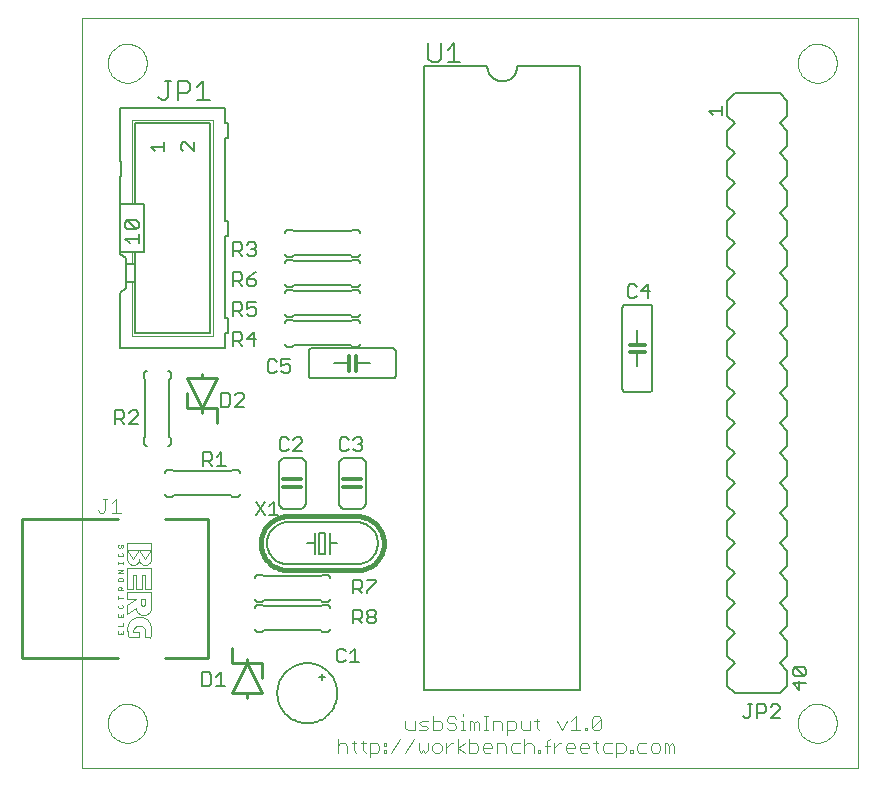
<source format=gto>
G75*
G70*
%OFA0B0*%
%FSLAX24Y24*%
%IPPOS*%
%LPD*%
%AMOC8*
5,1,8,0,0,1.08239X$1,22.5*
%
%ADD10C,0.0000*%
%ADD11C,0.0040*%
%ADD12C,0.0060*%
%ADD13C,0.0070*%
%ADD14C,0.0050*%
%ADD15C,0.0020*%
%ADD16C,0.0100*%
%ADD17C,0.0010*%
%ADD18C,0.0160*%
%ADD19C,0.0120*%
D10*
X002146Y000347D02*
X002146Y025343D01*
X028016Y025343D01*
X028016Y000347D01*
X002146Y000347D01*
X002996Y001847D02*
X002998Y001897D01*
X003004Y001947D01*
X003014Y001997D01*
X003027Y002045D01*
X003044Y002093D01*
X003065Y002139D01*
X003089Y002183D01*
X003117Y002225D01*
X003148Y002265D01*
X003182Y002302D01*
X003219Y002337D01*
X003258Y002368D01*
X003299Y002397D01*
X003343Y002422D01*
X003389Y002444D01*
X003436Y002462D01*
X003484Y002476D01*
X003533Y002487D01*
X003583Y002494D01*
X003633Y002497D01*
X003684Y002496D01*
X003734Y002491D01*
X003784Y002482D01*
X003832Y002470D01*
X003880Y002453D01*
X003926Y002433D01*
X003971Y002410D01*
X004014Y002383D01*
X004054Y002353D01*
X004092Y002320D01*
X004127Y002284D01*
X004160Y002245D01*
X004189Y002204D01*
X004215Y002161D01*
X004238Y002116D01*
X004257Y002069D01*
X004272Y002021D01*
X004284Y001972D01*
X004292Y001922D01*
X004296Y001872D01*
X004296Y001822D01*
X004292Y001772D01*
X004284Y001722D01*
X004272Y001673D01*
X004257Y001625D01*
X004238Y001578D01*
X004215Y001533D01*
X004189Y001490D01*
X004160Y001449D01*
X004127Y001410D01*
X004092Y001374D01*
X004054Y001341D01*
X004014Y001311D01*
X003971Y001284D01*
X003926Y001261D01*
X003880Y001241D01*
X003832Y001224D01*
X003784Y001212D01*
X003734Y001203D01*
X003684Y001198D01*
X003633Y001197D01*
X003583Y001200D01*
X003533Y001207D01*
X003484Y001218D01*
X003436Y001232D01*
X003389Y001250D01*
X003343Y001272D01*
X003299Y001297D01*
X003258Y001326D01*
X003219Y001357D01*
X003182Y001392D01*
X003148Y001429D01*
X003117Y001469D01*
X003089Y001511D01*
X003065Y001555D01*
X003044Y001601D01*
X003027Y001649D01*
X003014Y001697D01*
X003004Y001747D01*
X002998Y001797D01*
X002996Y001847D01*
X025996Y001847D02*
X025998Y001897D01*
X026004Y001947D01*
X026014Y001997D01*
X026027Y002045D01*
X026044Y002093D01*
X026065Y002139D01*
X026089Y002183D01*
X026117Y002225D01*
X026148Y002265D01*
X026182Y002302D01*
X026219Y002337D01*
X026258Y002368D01*
X026299Y002397D01*
X026343Y002422D01*
X026389Y002444D01*
X026436Y002462D01*
X026484Y002476D01*
X026533Y002487D01*
X026583Y002494D01*
X026633Y002497D01*
X026684Y002496D01*
X026734Y002491D01*
X026784Y002482D01*
X026832Y002470D01*
X026880Y002453D01*
X026926Y002433D01*
X026971Y002410D01*
X027014Y002383D01*
X027054Y002353D01*
X027092Y002320D01*
X027127Y002284D01*
X027160Y002245D01*
X027189Y002204D01*
X027215Y002161D01*
X027238Y002116D01*
X027257Y002069D01*
X027272Y002021D01*
X027284Y001972D01*
X027292Y001922D01*
X027296Y001872D01*
X027296Y001822D01*
X027292Y001772D01*
X027284Y001722D01*
X027272Y001673D01*
X027257Y001625D01*
X027238Y001578D01*
X027215Y001533D01*
X027189Y001490D01*
X027160Y001449D01*
X027127Y001410D01*
X027092Y001374D01*
X027054Y001341D01*
X027014Y001311D01*
X026971Y001284D01*
X026926Y001261D01*
X026880Y001241D01*
X026832Y001224D01*
X026784Y001212D01*
X026734Y001203D01*
X026684Y001198D01*
X026633Y001197D01*
X026583Y001200D01*
X026533Y001207D01*
X026484Y001218D01*
X026436Y001232D01*
X026389Y001250D01*
X026343Y001272D01*
X026299Y001297D01*
X026258Y001326D01*
X026219Y001357D01*
X026182Y001392D01*
X026148Y001429D01*
X026117Y001469D01*
X026089Y001511D01*
X026065Y001555D01*
X026044Y001601D01*
X026027Y001649D01*
X026014Y001697D01*
X026004Y001747D01*
X025998Y001797D01*
X025996Y001847D01*
X025996Y023847D02*
X025998Y023897D01*
X026004Y023947D01*
X026014Y023997D01*
X026027Y024045D01*
X026044Y024093D01*
X026065Y024139D01*
X026089Y024183D01*
X026117Y024225D01*
X026148Y024265D01*
X026182Y024302D01*
X026219Y024337D01*
X026258Y024368D01*
X026299Y024397D01*
X026343Y024422D01*
X026389Y024444D01*
X026436Y024462D01*
X026484Y024476D01*
X026533Y024487D01*
X026583Y024494D01*
X026633Y024497D01*
X026684Y024496D01*
X026734Y024491D01*
X026784Y024482D01*
X026832Y024470D01*
X026880Y024453D01*
X026926Y024433D01*
X026971Y024410D01*
X027014Y024383D01*
X027054Y024353D01*
X027092Y024320D01*
X027127Y024284D01*
X027160Y024245D01*
X027189Y024204D01*
X027215Y024161D01*
X027238Y024116D01*
X027257Y024069D01*
X027272Y024021D01*
X027284Y023972D01*
X027292Y023922D01*
X027296Y023872D01*
X027296Y023822D01*
X027292Y023772D01*
X027284Y023722D01*
X027272Y023673D01*
X027257Y023625D01*
X027238Y023578D01*
X027215Y023533D01*
X027189Y023490D01*
X027160Y023449D01*
X027127Y023410D01*
X027092Y023374D01*
X027054Y023341D01*
X027014Y023311D01*
X026971Y023284D01*
X026926Y023261D01*
X026880Y023241D01*
X026832Y023224D01*
X026784Y023212D01*
X026734Y023203D01*
X026684Y023198D01*
X026633Y023197D01*
X026583Y023200D01*
X026533Y023207D01*
X026484Y023218D01*
X026436Y023232D01*
X026389Y023250D01*
X026343Y023272D01*
X026299Y023297D01*
X026258Y023326D01*
X026219Y023357D01*
X026182Y023392D01*
X026148Y023429D01*
X026117Y023469D01*
X026089Y023511D01*
X026065Y023555D01*
X026044Y023601D01*
X026027Y023649D01*
X026014Y023697D01*
X026004Y023747D01*
X025998Y023797D01*
X025996Y023847D01*
X002996Y023847D02*
X002998Y023897D01*
X003004Y023947D01*
X003014Y023997D01*
X003027Y024045D01*
X003044Y024093D01*
X003065Y024139D01*
X003089Y024183D01*
X003117Y024225D01*
X003148Y024265D01*
X003182Y024302D01*
X003219Y024337D01*
X003258Y024368D01*
X003299Y024397D01*
X003343Y024422D01*
X003389Y024444D01*
X003436Y024462D01*
X003484Y024476D01*
X003533Y024487D01*
X003583Y024494D01*
X003633Y024497D01*
X003684Y024496D01*
X003734Y024491D01*
X003784Y024482D01*
X003832Y024470D01*
X003880Y024453D01*
X003926Y024433D01*
X003971Y024410D01*
X004014Y024383D01*
X004054Y024353D01*
X004092Y024320D01*
X004127Y024284D01*
X004160Y024245D01*
X004189Y024204D01*
X004215Y024161D01*
X004238Y024116D01*
X004257Y024069D01*
X004272Y024021D01*
X004284Y023972D01*
X004292Y023922D01*
X004296Y023872D01*
X004296Y023822D01*
X004292Y023772D01*
X004284Y023722D01*
X004272Y023673D01*
X004257Y023625D01*
X004238Y023578D01*
X004215Y023533D01*
X004189Y023490D01*
X004160Y023449D01*
X004127Y023410D01*
X004092Y023374D01*
X004054Y023341D01*
X004014Y023311D01*
X003971Y023284D01*
X003926Y023261D01*
X003880Y023241D01*
X003832Y023224D01*
X003784Y023212D01*
X003734Y023203D01*
X003684Y023198D01*
X003633Y023197D01*
X003583Y023200D01*
X003533Y023207D01*
X003484Y023218D01*
X003436Y023232D01*
X003389Y023250D01*
X003343Y023272D01*
X003299Y023297D01*
X003258Y023326D01*
X003219Y023357D01*
X003182Y023392D01*
X003148Y023429D01*
X003117Y023469D01*
X003089Y023511D01*
X003065Y023555D01*
X003044Y023601D01*
X003027Y023649D01*
X003014Y023697D01*
X003004Y023747D01*
X002998Y023797D01*
X002996Y023847D01*
D11*
X002973Y009328D02*
X002820Y009328D01*
X002896Y009328D02*
X002896Y008944D01*
X002820Y008867D01*
X002743Y008867D01*
X002666Y008944D01*
X003126Y008867D02*
X003433Y008867D01*
X003280Y008867D02*
X003280Y009328D01*
X003126Y009174D01*
X010666Y001328D02*
X010666Y000867D01*
X010666Y001097D02*
X010743Y001174D01*
X010896Y001174D01*
X010973Y001097D01*
X010973Y000867D01*
X011203Y000944D02*
X011280Y000867D01*
X011203Y000944D02*
X011203Y001251D01*
X011126Y001174D02*
X011280Y001174D01*
X011433Y001174D02*
X011587Y001174D01*
X011510Y001251D02*
X011510Y000944D01*
X011587Y000867D01*
X011740Y000867D02*
X011971Y000867D01*
X012047Y000944D01*
X012047Y001097D01*
X011971Y001174D01*
X011740Y001174D01*
X011740Y000714D01*
X012201Y000867D02*
X012201Y000944D01*
X012277Y000944D01*
X012277Y000867D01*
X012201Y000867D01*
X012431Y000867D02*
X012738Y001328D01*
X012993Y001617D02*
X012916Y001694D01*
X012916Y001924D01*
X012993Y001617D02*
X013223Y001617D01*
X013223Y001924D01*
X013376Y001847D02*
X013453Y001924D01*
X013683Y001924D01*
X013837Y001924D02*
X014067Y001924D01*
X014144Y001847D01*
X014144Y001694D01*
X014067Y001617D01*
X013837Y001617D01*
X013837Y002078D01*
X014297Y002001D02*
X014297Y001924D01*
X014374Y001847D01*
X014527Y001847D01*
X014604Y001771D01*
X014604Y001694D01*
X014527Y001617D01*
X014374Y001617D01*
X014297Y001694D01*
X014297Y002001D02*
X014374Y002078D01*
X014527Y002078D01*
X014604Y002001D01*
X014758Y001924D02*
X014834Y001924D01*
X014834Y001617D01*
X014758Y001617D02*
X014911Y001617D01*
X015065Y001617D02*
X015065Y001924D01*
X015141Y001924D01*
X015218Y001847D01*
X015295Y001924D01*
X015371Y001847D01*
X015371Y001617D01*
X015218Y001617D02*
X015218Y001847D01*
X015525Y001617D02*
X015678Y001617D01*
X015602Y001617D02*
X015602Y002078D01*
X015678Y002078D02*
X015525Y002078D01*
X015832Y001924D02*
X016062Y001924D01*
X016139Y001847D01*
X016139Y001617D01*
X016292Y001617D02*
X016522Y001617D01*
X016599Y001694D01*
X016599Y001847D01*
X016522Y001924D01*
X016292Y001924D01*
X016292Y001464D01*
X016191Y001174D02*
X015961Y001174D01*
X015961Y000867D01*
X015807Y001021D02*
X015500Y001021D01*
X015500Y001097D02*
X015577Y001174D01*
X015730Y001174D01*
X015807Y001097D01*
X015807Y001021D01*
X015730Y000867D02*
X015577Y000867D01*
X015500Y000944D01*
X015500Y001097D01*
X015347Y001097D02*
X015347Y000944D01*
X015270Y000867D01*
X015040Y000867D01*
X015040Y001328D01*
X015040Y001174D02*
X015270Y001174D01*
X015347Y001097D01*
X014886Y001174D02*
X014656Y001021D01*
X014886Y000867D01*
X014656Y000867D02*
X014656Y001328D01*
X014503Y001174D02*
X014426Y001174D01*
X014272Y001021D01*
X014272Y001174D02*
X014272Y000867D01*
X014119Y000944D02*
X014119Y001097D01*
X014042Y001174D01*
X013889Y001174D01*
X013812Y001097D01*
X013812Y000944D01*
X013889Y000867D01*
X014042Y000867D01*
X014119Y000944D01*
X013659Y000944D02*
X013659Y001174D01*
X013659Y000944D02*
X013582Y000867D01*
X013505Y000944D01*
X013428Y000867D01*
X013352Y000944D01*
X013352Y001174D01*
X013198Y001328D02*
X012891Y000867D01*
X012277Y001097D02*
X012201Y001097D01*
X012201Y001174D01*
X012277Y001174D01*
X012277Y001097D01*
X013376Y001617D02*
X013607Y001617D01*
X013683Y001694D01*
X013607Y001771D01*
X013453Y001771D01*
X013376Y001847D01*
X014834Y002078D02*
X014834Y002154D01*
X015832Y001924D02*
X015832Y001617D01*
X016191Y001174D02*
X016268Y001097D01*
X016268Y000867D01*
X016421Y000944D02*
X016421Y001097D01*
X016498Y001174D01*
X016728Y001174D01*
X016881Y001097D02*
X016958Y001174D01*
X017112Y001174D01*
X017188Y001097D01*
X017188Y000867D01*
X017342Y000867D02*
X017418Y000867D01*
X017418Y000944D01*
X017342Y000944D01*
X017342Y000867D01*
X017649Y000867D02*
X017649Y001251D01*
X017725Y001328D01*
X017879Y001174D02*
X017879Y000867D01*
X017879Y001021D02*
X018032Y001174D01*
X018109Y001174D01*
X018263Y001097D02*
X018339Y001174D01*
X018493Y001174D01*
X018569Y001097D01*
X018569Y001021D01*
X018263Y001021D01*
X018263Y001097D02*
X018263Y000944D01*
X018339Y000867D01*
X018493Y000867D01*
X018723Y000944D02*
X018723Y001097D01*
X018800Y001174D01*
X018953Y001174D01*
X019030Y001097D01*
X019030Y001021D01*
X018723Y001021D01*
X018723Y000944D02*
X018800Y000867D01*
X018953Y000867D01*
X019260Y000944D02*
X019260Y001251D01*
X019183Y001174D02*
X019337Y001174D01*
X019490Y001097D02*
X019490Y000944D01*
X019567Y000867D01*
X019797Y000867D01*
X019951Y000867D02*
X020181Y000867D01*
X020258Y000944D01*
X020258Y001097D01*
X020181Y001174D01*
X019951Y001174D01*
X019951Y000714D01*
X020411Y000867D02*
X020488Y000867D01*
X020488Y000944D01*
X020411Y000944D01*
X020411Y000867D01*
X020641Y000944D02*
X020641Y001097D01*
X020718Y001174D01*
X020948Y001174D01*
X021102Y001097D02*
X021102Y000944D01*
X021178Y000867D01*
X021332Y000867D01*
X021409Y000944D01*
X021409Y001097D01*
X021332Y001174D01*
X021178Y001174D01*
X021102Y001097D01*
X020948Y000867D02*
X020718Y000867D01*
X020641Y000944D01*
X019797Y001174D02*
X019567Y001174D01*
X019490Y001097D01*
X019260Y000944D02*
X019337Y000867D01*
X019362Y001617D02*
X019208Y001617D01*
X019131Y001694D01*
X019438Y002001D01*
X019438Y001694D01*
X019362Y001617D01*
X019131Y001694D02*
X019131Y002001D01*
X019208Y002078D01*
X019362Y002078D01*
X019438Y002001D01*
X018978Y001694D02*
X018978Y001617D01*
X018901Y001617D01*
X018901Y001694D01*
X018978Y001694D01*
X018748Y001617D02*
X018441Y001617D01*
X018594Y001617D02*
X018594Y002078D01*
X018441Y001924D01*
X018287Y001924D02*
X018134Y001617D01*
X017980Y001924D01*
X017367Y001924D02*
X017213Y001924D01*
X017290Y002001D02*
X017290Y001694D01*
X017367Y001617D01*
X017060Y001617D02*
X017060Y001924D01*
X017060Y001617D02*
X016829Y001617D01*
X016753Y001694D01*
X016753Y001924D01*
X016881Y001328D02*
X016881Y000867D01*
X016728Y000867D02*
X016498Y000867D01*
X016421Y000944D01*
X017572Y001097D02*
X017725Y001097D01*
X021562Y001174D02*
X021562Y000867D01*
X021715Y000867D02*
X021715Y001097D01*
X021792Y001174D01*
X021869Y001097D01*
X021869Y000867D01*
X021715Y001097D02*
X021639Y001174D01*
X021562Y001174D01*
D12*
X023646Y003097D02*
X023896Y002847D01*
X025396Y002847D01*
X025646Y003097D01*
X025646Y003597D01*
X025396Y003847D01*
X025646Y004097D01*
X025646Y004597D01*
X025396Y004847D01*
X025646Y005097D01*
X025646Y005597D01*
X025396Y005847D01*
X025646Y006097D01*
X025646Y006597D01*
X025396Y006847D01*
X025646Y007097D01*
X025646Y007597D01*
X025396Y007847D01*
X025646Y008097D01*
X025646Y008597D01*
X025396Y008847D01*
X025646Y009097D01*
X025646Y009597D01*
X025396Y009847D01*
X025646Y010097D01*
X025646Y010597D01*
X025396Y010847D01*
X025646Y011097D01*
X025646Y011597D01*
X025396Y011847D01*
X025646Y012097D01*
X025646Y012597D01*
X025396Y012847D01*
X025646Y013097D01*
X025646Y013597D01*
X025396Y013847D01*
X025646Y014097D01*
X025646Y014597D01*
X025396Y014847D01*
X025646Y015097D01*
X025646Y015597D01*
X025396Y015847D01*
X025646Y016097D01*
X025646Y016597D01*
X025396Y016847D01*
X025646Y017097D01*
X025646Y017597D01*
X025396Y017847D01*
X025646Y018097D01*
X025646Y018597D01*
X025396Y018847D01*
X025646Y019097D01*
X025646Y019597D01*
X025396Y019847D01*
X025646Y020097D01*
X025646Y020597D01*
X025396Y020847D01*
X025646Y021097D01*
X025646Y021597D01*
X025396Y021847D01*
X025646Y022097D01*
X025646Y022597D01*
X025396Y022847D01*
X023896Y022847D01*
X023646Y022597D01*
X023646Y022097D01*
X023896Y021847D01*
X023646Y021597D01*
X023646Y021097D01*
X023896Y020847D01*
X023646Y020597D01*
X023646Y020097D01*
X023896Y019847D01*
X023646Y019597D01*
X023646Y019097D01*
X023896Y018847D01*
X023646Y018597D01*
X023646Y018097D01*
X023896Y017847D01*
X023646Y017597D01*
X023646Y017097D01*
X023896Y016847D01*
X023646Y016597D01*
X023646Y016097D01*
X023896Y015847D01*
X023646Y015597D01*
X023646Y015097D01*
X023896Y014847D01*
X023646Y014597D01*
X023646Y014097D01*
X023896Y013847D01*
X023646Y013597D01*
X023646Y013097D01*
X023896Y012847D01*
X023646Y012597D01*
X023646Y012097D01*
X023896Y011847D01*
X023646Y011597D01*
X023646Y011097D01*
X023896Y010847D01*
X023646Y010597D01*
X023646Y010097D01*
X023896Y009847D01*
X023646Y009597D01*
X023646Y009097D01*
X023896Y008847D01*
X023646Y008597D01*
X023646Y008097D01*
X023896Y007847D01*
X023646Y007597D01*
X023646Y007097D01*
X023896Y006847D01*
X023646Y006597D01*
X023646Y006097D01*
X023896Y005847D01*
X023646Y005597D01*
X023646Y005097D01*
X023896Y004847D01*
X023646Y004597D01*
X023646Y004097D01*
X023896Y003847D01*
X023646Y003597D01*
X023646Y003097D01*
X018746Y002947D02*
X018746Y023747D01*
X016646Y023747D01*
X016644Y023703D01*
X016638Y023660D01*
X016629Y023618D01*
X016616Y023576D01*
X016599Y023536D01*
X016579Y023497D01*
X016556Y023460D01*
X016529Y023426D01*
X016500Y023393D01*
X016467Y023364D01*
X016433Y023337D01*
X016396Y023314D01*
X016357Y023294D01*
X016317Y023277D01*
X016275Y023264D01*
X016233Y023255D01*
X016190Y023249D01*
X016146Y023247D01*
X016102Y023249D01*
X016059Y023255D01*
X016017Y023264D01*
X015975Y023277D01*
X015935Y023294D01*
X015896Y023314D01*
X015859Y023337D01*
X015825Y023364D01*
X015792Y023393D01*
X015763Y023426D01*
X015736Y023460D01*
X015713Y023497D01*
X015693Y023536D01*
X015676Y023576D01*
X015663Y023618D01*
X015654Y023660D01*
X015648Y023703D01*
X015646Y023747D01*
X013546Y023747D01*
X013546Y002947D01*
X018746Y002947D01*
X011596Y009197D02*
X011596Y010497D01*
X011594Y010523D01*
X011589Y010549D01*
X011581Y010574D01*
X011569Y010597D01*
X011555Y010619D01*
X011537Y010638D01*
X011518Y010656D01*
X011496Y010670D01*
X011473Y010682D01*
X011448Y010690D01*
X011422Y010695D01*
X011396Y010697D01*
X010896Y010697D01*
X010870Y010695D01*
X010844Y010690D01*
X010819Y010682D01*
X010796Y010670D01*
X010774Y010656D01*
X010755Y010638D01*
X010737Y010619D01*
X010723Y010597D01*
X010711Y010574D01*
X010703Y010549D01*
X010698Y010523D01*
X010696Y010497D01*
X010696Y009197D01*
X010698Y009171D01*
X010703Y009145D01*
X010711Y009120D01*
X010723Y009097D01*
X010737Y009075D01*
X010755Y009056D01*
X010774Y009038D01*
X010796Y009024D01*
X010819Y009012D01*
X010844Y009004D01*
X010870Y008999D01*
X010896Y008997D01*
X011396Y008997D01*
X011422Y008999D01*
X011448Y009004D01*
X011473Y009012D01*
X011496Y009024D01*
X011518Y009038D01*
X011537Y009056D01*
X011555Y009075D01*
X011569Y009097D01*
X011581Y009120D01*
X011589Y009145D01*
X011594Y009171D01*
X011596Y009197D01*
X011296Y008547D02*
X008996Y008547D01*
X008896Y008997D02*
X009396Y008997D01*
X009422Y008999D01*
X009448Y009004D01*
X009473Y009012D01*
X009496Y009024D01*
X009518Y009038D01*
X009537Y009056D01*
X009555Y009075D01*
X009569Y009097D01*
X009581Y009120D01*
X009589Y009145D01*
X009594Y009171D01*
X009596Y009197D01*
X009596Y010497D01*
X009594Y010523D01*
X009589Y010549D01*
X009581Y010574D01*
X009569Y010597D01*
X009555Y010619D01*
X009537Y010638D01*
X009518Y010656D01*
X009496Y010670D01*
X009473Y010682D01*
X009448Y010690D01*
X009422Y010695D01*
X009396Y010697D01*
X008896Y010697D01*
X008870Y010695D01*
X008844Y010690D01*
X008819Y010682D01*
X008796Y010670D01*
X008774Y010656D01*
X008755Y010638D01*
X008737Y010619D01*
X008723Y010597D01*
X008711Y010574D01*
X008703Y010549D01*
X008698Y010523D01*
X008696Y010497D01*
X008696Y009197D01*
X008698Y009171D01*
X008703Y009145D01*
X008711Y009120D01*
X008723Y009097D01*
X008737Y009075D01*
X008755Y009056D01*
X008774Y009038D01*
X008796Y009024D01*
X008819Y009012D01*
X008844Y009004D01*
X008870Y008999D01*
X008896Y008997D01*
X009896Y008197D02*
X009896Y007847D01*
X009646Y007847D01*
X009896Y007847D02*
X009896Y007497D01*
X010046Y007497D02*
X010046Y008197D01*
X010246Y008197D01*
X010246Y007497D01*
X010046Y007497D01*
X010396Y007497D02*
X010396Y007847D01*
X010646Y007847D01*
X010396Y007847D02*
X010396Y008197D01*
X011296Y008547D02*
X011347Y008545D01*
X011398Y008540D01*
X011448Y008530D01*
X011498Y008517D01*
X011546Y008501D01*
X011593Y008481D01*
X011639Y008457D01*
X011682Y008431D01*
X011724Y008401D01*
X011763Y008368D01*
X011800Y008333D01*
X011834Y008295D01*
X011865Y008254D01*
X011894Y008212D01*
X011919Y008167D01*
X011940Y008121D01*
X011959Y008073D01*
X011973Y008024D01*
X011984Y007974D01*
X011992Y007924D01*
X011996Y007873D01*
X011996Y007821D01*
X011992Y007770D01*
X011984Y007720D01*
X011973Y007670D01*
X011959Y007621D01*
X011940Y007573D01*
X011919Y007527D01*
X011894Y007482D01*
X011865Y007440D01*
X011834Y007399D01*
X011800Y007361D01*
X011763Y007326D01*
X011724Y007293D01*
X011682Y007263D01*
X011639Y007237D01*
X011593Y007213D01*
X011546Y007193D01*
X011498Y007177D01*
X011448Y007164D01*
X011398Y007154D01*
X011347Y007149D01*
X011296Y007147D01*
X008996Y007147D01*
X008945Y007149D01*
X008894Y007154D01*
X008844Y007164D01*
X008794Y007177D01*
X008746Y007193D01*
X008699Y007213D01*
X008653Y007237D01*
X008610Y007263D01*
X008568Y007293D01*
X008529Y007326D01*
X008492Y007361D01*
X008458Y007399D01*
X008427Y007440D01*
X008398Y007482D01*
X008373Y007527D01*
X008352Y007573D01*
X008333Y007621D01*
X008319Y007670D01*
X008308Y007720D01*
X008300Y007770D01*
X008296Y007821D01*
X008296Y007873D01*
X008300Y007924D01*
X008308Y007974D01*
X008319Y008024D01*
X008333Y008073D01*
X008352Y008121D01*
X008373Y008167D01*
X008398Y008212D01*
X008427Y008254D01*
X008458Y008295D01*
X008492Y008333D01*
X008529Y008368D01*
X008568Y008401D01*
X008610Y008431D01*
X008653Y008457D01*
X008699Y008481D01*
X008746Y008501D01*
X008794Y008517D01*
X008844Y008530D01*
X008894Y008540D01*
X008945Y008545D01*
X008996Y008547D01*
X007296Y009397D02*
X007146Y009397D01*
X007096Y009447D01*
X005196Y009447D01*
X005146Y009397D01*
X004996Y009397D01*
X004979Y009399D01*
X004962Y009403D01*
X004946Y009410D01*
X004932Y009420D01*
X004919Y009433D01*
X004909Y009447D01*
X004902Y009463D01*
X004898Y009480D01*
X004896Y009497D01*
X004896Y010197D02*
X004898Y010214D01*
X004902Y010231D01*
X004909Y010247D01*
X004919Y010261D01*
X004932Y010274D01*
X004946Y010284D01*
X004962Y010291D01*
X004979Y010295D01*
X004996Y010297D01*
X005146Y010297D01*
X005196Y010247D01*
X007096Y010247D01*
X007146Y010297D01*
X007296Y010297D01*
X007313Y010295D01*
X007330Y010291D01*
X007346Y010284D01*
X007360Y010274D01*
X007373Y010261D01*
X007383Y010247D01*
X007390Y010231D01*
X007394Y010214D01*
X007396Y010197D01*
X007396Y009497D02*
X007394Y009480D01*
X007390Y009463D01*
X007383Y009447D01*
X007373Y009433D01*
X007360Y009420D01*
X007346Y009410D01*
X007330Y009403D01*
X007313Y009399D01*
X007296Y009397D01*
X005096Y011197D02*
X005096Y011347D01*
X005046Y011397D01*
X005046Y013297D01*
X005096Y013347D01*
X005096Y013497D01*
X005094Y013514D01*
X005090Y013531D01*
X005083Y013547D01*
X005073Y013561D01*
X005060Y013574D01*
X005046Y013584D01*
X005030Y013591D01*
X005013Y013595D01*
X004996Y013597D01*
X004296Y013597D02*
X004279Y013595D01*
X004262Y013591D01*
X004246Y013584D01*
X004232Y013574D01*
X004219Y013561D01*
X004209Y013547D01*
X004202Y013531D01*
X004198Y013514D01*
X004196Y013497D01*
X004196Y013347D01*
X004246Y013297D01*
X004246Y011397D01*
X004196Y011347D01*
X004196Y011197D01*
X004198Y011180D01*
X004202Y011163D01*
X004209Y011147D01*
X004219Y011133D01*
X004232Y011120D01*
X004246Y011110D01*
X004262Y011103D01*
X004279Y011099D01*
X004296Y011097D01*
X004996Y011097D02*
X005013Y011099D01*
X005030Y011103D01*
X005046Y011110D01*
X005060Y011120D01*
X005073Y011133D01*
X005083Y011147D01*
X005090Y011163D01*
X005094Y011180D01*
X005096Y011197D01*
X008996Y014397D02*
X009146Y014397D01*
X009196Y014447D01*
X011096Y014447D01*
X011146Y014397D01*
X011296Y014397D01*
X011313Y014399D01*
X011330Y014403D01*
X011346Y014410D01*
X011360Y014420D01*
X011373Y014433D01*
X011383Y014447D01*
X011390Y014463D01*
X011394Y014480D01*
X011396Y014497D01*
X011276Y013847D02*
X011746Y013847D01*
X011026Y013847D02*
X010546Y013847D01*
X009796Y013347D02*
X009779Y013349D01*
X009762Y013353D01*
X009746Y013360D01*
X009732Y013370D01*
X009719Y013383D01*
X009709Y013397D01*
X009702Y013413D01*
X009698Y013430D01*
X009696Y013447D01*
X009696Y014247D01*
X009698Y014264D01*
X009702Y014281D01*
X009709Y014297D01*
X009719Y014311D01*
X009732Y014324D01*
X009746Y014334D01*
X009762Y014341D01*
X009779Y014345D01*
X009796Y014347D01*
X012496Y014347D01*
X012513Y014345D01*
X012530Y014341D01*
X012546Y014334D01*
X012560Y014324D01*
X012573Y014311D01*
X012583Y014297D01*
X012590Y014281D01*
X012594Y014264D01*
X012596Y014247D01*
X012596Y013447D01*
X012594Y013430D01*
X012590Y013413D01*
X012583Y013397D01*
X012573Y013383D01*
X012560Y013370D01*
X012546Y013360D01*
X012530Y013353D01*
X012513Y013349D01*
X012496Y013347D01*
X009796Y013347D01*
X008996Y014397D02*
X008979Y014399D01*
X008962Y014403D01*
X008946Y014410D01*
X008932Y014420D01*
X008919Y014433D01*
X008909Y014447D01*
X008902Y014463D01*
X008898Y014480D01*
X008896Y014497D01*
X008896Y015197D02*
X008898Y015214D01*
X008902Y015231D01*
X008909Y015247D01*
X008919Y015261D01*
X008932Y015274D01*
X008946Y015284D01*
X008962Y015291D01*
X008979Y015295D01*
X008996Y015297D01*
X009146Y015297D01*
X009196Y015247D01*
X011096Y015247D01*
X011146Y015297D01*
X011296Y015297D01*
X011313Y015295D01*
X011330Y015291D01*
X011346Y015284D01*
X011360Y015274D01*
X011373Y015261D01*
X011383Y015247D01*
X011390Y015231D01*
X011394Y015214D01*
X011396Y015197D01*
X011296Y015397D02*
X011146Y015397D01*
X011096Y015447D01*
X009196Y015447D01*
X009146Y015397D01*
X008996Y015397D01*
X008979Y015399D01*
X008962Y015403D01*
X008946Y015410D01*
X008932Y015420D01*
X008919Y015433D01*
X008909Y015447D01*
X008902Y015463D01*
X008898Y015480D01*
X008896Y015497D01*
X008896Y016197D02*
X008898Y016214D01*
X008902Y016231D01*
X008909Y016247D01*
X008919Y016261D01*
X008932Y016274D01*
X008946Y016284D01*
X008962Y016291D01*
X008979Y016295D01*
X008996Y016297D01*
X009146Y016297D01*
X009196Y016247D01*
X011096Y016247D01*
X011146Y016297D01*
X011296Y016297D01*
X011313Y016295D01*
X011330Y016291D01*
X011346Y016284D01*
X011360Y016274D01*
X011373Y016261D01*
X011383Y016247D01*
X011390Y016231D01*
X011394Y016214D01*
X011396Y016197D01*
X011296Y016397D02*
X011146Y016397D01*
X011096Y016447D01*
X009196Y016447D01*
X009146Y016397D01*
X008996Y016397D01*
X008979Y016399D01*
X008962Y016403D01*
X008946Y016410D01*
X008932Y016420D01*
X008919Y016433D01*
X008909Y016447D01*
X008902Y016463D01*
X008898Y016480D01*
X008896Y016497D01*
X008896Y017197D02*
X008898Y017214D01*
X008902Y017231D01*
X008909Y017247D01*
X008919Y017261D01*
X008932Y017274D01*
X008946Y017284D01*
X008962Y017291D01*
X008979Y017295D01*
X008996Y017297D01*
X009146Y017297D01*
X009196Y017247D01*
X011096Y017247D01*
X011146Y017297D01*
X011296Y017297D01*
X011313Y017295D01*
X011330Y017291D01*
X011346Y017284D01*
X011360Y017274D01*
X011373Y017261D01*
X011383Y017247D01*
X011390Y017231D01*
X011394Y017214D01*
X011396Y017197D01*
X011296Y017397D02*
X011146Y017397D01*
X011096Y017447D01*
X009196Y017447D01*
X009146Y017397D01*
X008996Y017397D01*
X008979Y017399D01*
X008962Y017403D01*
X008946Y017410D01*
X008932Y017420D01*
X008919Y017433D01*
X008909Y017447D01*
X008902Y017463D01*
X008898Y017480D01*
X008896Y017497D01*
X008896Y018197D02*
X008898Y018214D01*
X008902Y018231D01*
X008909Y018247D01*
X008919Y018261D01*
X008932Y018274D01*
X008946Y018284D01*
X008962Y018291D01*
X008979Y018295D01*
X008996Y018297D01*
X009146Y018297D01*
X009196Y018247D01*
X011096Y018247D01*
X011146Y018297D01*
X011296Y018297D01*
X011313Y018295D01*
X011330Y018291D01*
X011346Y018284D01*
X011360Y018274D01*
X011373Y018261D01*
X011383Y018247D01*
X011390Y018231D01*
X011394Y018214D01*
X011396Y018197D01*
X011396Y017497D02*
X011394Y017480D01*
X011390Y017463D01*
X011383Y017447D01*
X011373Y017433D01*
X011360Y017420D01*
X011346Y017410D01*
X011330Y017403D01*
X011313Y017399D01*
X011296Y017397D01*
X011396Y016497D02*
X011394Y016480D01*
X011390Y016463D01*
X011383Y016447D01*
X011373Y016433D01*
X011360Y016420D01*
X011346Y016410D01*
X011330Y016403D01*
X011313Y016399D01*
X011296Y016397D01*
X011396Y015497D02*
X011394Y015480D01*
X011390Y015463D01*
X011383Y015447D01*
X011373Y015433D01*
X011360Y015420D01*
X011346Y015410D01*
X011330Y015403D01*
X011313Y015399D01*
X011296Y015397D01*
X020146Y015697D02*
X020146Y012997D01*
X020148Y012980D01*
X020152Y012963D01*
X020159Y012947D01*
X020169Y012933D01*
X020182Y012920D01*
X020196Y012910D01*
X020212Y012903D01*
X020229Y012899D01*
X020246Y012897D01*
X021046Y012897D01*
X021063Y012899D01*
X021080Y012903D01*
X021096Y012910D01*
X021110Y012920D01*
X021123Y012933D01*
X021133Y012947D01*
X021140Y012963D01*
X021144Y012980D01*
X021146Y012997D01*
X021146Y015697D01*
X021144Y015714D01*
X021140Y015731D01*
X021133Y015747D01*
X021123Y015761D01*
X021110Y015774D01*
X021096Y015784D01*
X021080Y015791D01*
X021063Y015795D01*
X021046Y015797D01*
X020246Y015797D01*
X020229Y015795D01*
X020212Y015791D01*
X020196Y015784D01*
X020182Y015774D01*
X020169Y015761D01*
X020159Y015747D01*
X020152Y015731D01*
X020148Y015714D01*
X020146Y015697D01*
X020646Y014947D02*
X020646Y014467D01*
X020646Y014217D02*
X020646Y013747D01*
X010296Y006797D02*
X010146Y006797D01*
X010096Y006747D01*
X008196Y006747D01*
X008146Y006797D01*
X007996Y006797D01*
X007979Y006795D01*
X007962Y006791D01*
X007946Y006784D01*
X007932Y006774D01*
X007919Y006761D01*
X007909Y006747D01*
X007902Y006731D01*
X007898Y006714D01*
X007896Y006697D01*
X007896Y005997D02*
X007898Y005980D01*
X007902Y005963D01*
X007909Y005947D01*
X007919Y005933D01*
X007932Y005920D01*
X007946Y005910D01*
X007962Y005903D01*
X007979Y005899D01*
X007996Y005897D01*
X008146Y005897D01*
X008196Y005947D01*
X010096Y005947D01*
X010146Y005897D01*
X010296Y005897D01*
X010296Y005797D02*
X010146Y005797D01*
X010096Y005747D01*
X008196Y005747D01*
X008146Y005797D01*
X007996Y005797D01*
X007979Y005795D01*
X007962Y005791D01*
X007946Y005784D01*
X007932Y005774D01*
X007919Y005761D01*
X007909Y005747D01*
X007902Y005731D01*
X007898Y005714D01*
X007896Y005697D01*
X007896Y004997D02*
X007898Y004980D01*
X007902Y004963D01*
X007909Y004947D01*
X007919Y004933D01*
X007932Y004920D01*
X007946Y004910D01*
X007962Y004903D01*
X007979Y004899D01*
X007996Y004897D01*
X008146Y004897D01*
X008196Y004947D01*
X010096Y004947D01*
X010146Y004897D01*
X010296Y004897D01*
X010313Y004899D01*
X010330Y004903D01*
X010346Y004910D01*
X010360Y004920D01*
X010373Y004933D01*
X010383Y004947D01*
X010390Y004963D01*
X010394Y004980D01*
X010396Y004997D01*
X010396Y005697D02*
X010394Y005714D01*
X010390Y005731D01*
X010383Y005747D01*
X010373Y005761D01*
X010360Y005774D01*
X010346Y005784D01*
X010330Y005791D01*
X010313Y005795D01*
X010296Y005797D01*
X010296Y005897D02*
X010313Y005899D01*
X010330Y005903D01*
X010346Y005910D01*
X010360Y005920D01*
X010373Y005933D01*
X010383Y005947D01*
X010390Y005963D01*
X010394Y005980D01*
X010396Y005997D01*
X010396Y006697D02*
X010394Y006714D01*
X010390Y006731D01*
X010383Y006747D01*
X010373Y006761D01*
X010360Y006774D01*
X010346Y006784D01*
X010330Y006791D01*
X010313Y006795D01*
X010296Y006797D01*
X010146Y003497D02*
X010146Y003397D01*
X010246Y003397D01*
X010146Y003397D02*
X010146Y003297D01*
X010146Y003397D02*
X010046Y003397D01*
X008646Y002847D02*
X008648Y002910D01*
X008654Y002972D01*
X008664Y003034D01*
X008677Y003096D01*
X008695Y003156D01*
X008716Y003215D01*
X008741Y003273D01*
X008770Y003329D01*
X008802Y003383D01*
X008837Y003435D01*
X008875Y003484D01*
X008917Y003532D01*
X008961Y003576D01*
X009009Y003618D01*
X009058Y003656D01*
X009110Y003691D01*
X009164Y003723D01*
X009220Y003752D01*
X009278Y003777D01*
X009337Y003798D01*
X009397Y003816D01*
X009459Y003829D01*
X009521Y003839D01*
X009583Y003845D01*
X009646Y003847D01*
X009709Y003845D01*
X009771Y003839D01*
X009833Y003829D01*
X009895Y003816D01*
X009955Y003798D01*
X010014Y003777D01*
X010072Y003752D01*
X010128Y003723D01*
X010182Y003691D01*
X010234Y003656D01*
X010283Y003618D01*
X010331Y003576D01*
X010375Y003532D01*
X010417Y003484D01*
X010455Y003435D01*
X010490Y003383D01*
X010522Y003329D01*
X010551Y003273D01*
X010576Y003215D01*
X010597Y003156D01*
X010615Y003096D01*
X010628Y003034D01*
X010638Y002972D01*
X010644Y002910D01*
X010646Y002847D01*
X010644Y002784D01*
X010638Y002722D01*
X010628Y002660D01*
X010615Y002598D01*
X010597Y002538D01*
X010576Y002479D01*
X010551Y002421D01*
X010522Y002365D01*
X010490Y002311D01*
X010455Y002259D01*
X010417Y002210D01*
X010375Y002162D01*
X010331Y002118D01*
X010283Y002076D01*
X010234Y002038D01*
X010182Y002003D01*
X010128Y001971D01*
X010072Y001942D01*
X010014Y001917D01*
X009955Y001896D01*
X009895Y001878D01*
X009833Y001865D01*
X009771Y001855D01*
X009709Y001849D01*
X009646Y001847D01*
X009583Y001849D01*
X009521Y001855D01*
X009459Y001865D01*
X009397Y001878D01*
X009337Y001896D01*
X009278Y001917D01*
X009220Y001942D01*
X009164Y001971D01*
X009110Y002003D01*
X009058Y002038D01*
X009009Y002076D01*
X008961Y002118D01*
X008917Y002162D01*
X008875Y002210D01*
X008837Y002259D01*
X008802Y002311D01*
X008770Y002365D01*
X008741Y002421D01*
X008716Y002479D01*
X008695Y002538D01*
X008677Y002598D01*
X008664Y002660D01*
X008654Y002722D01*
X008648Y002784D01*
X008646Y002847D01*
D13*
X006391Y022632D02*
X005970Y022632D01*
X006180Y022632D02*
X006180Y023263D01*
X005970Y023053D01*
X005746Y023158D02*
X005746Y022947D01*
X005641Y022842D01*
X005326Y022842D01*
X005326Y022632D02*
X005326Y023263D01*
X005641Y023263D01*
X005746Y023158D01*
X005101Y023263D02*
X004891Y023263D01*
X004996Y023263D02*
X004996Y022737D01*
X004891Y022632D01*
X004786Y022632D01*
X004681Y022737D01*
X013681Y023987D02*
X013786Y023882D01*
X013996Y023882D01*
X014101Y023987D01*
X014101Y024513D01*
X014326Y024303D02*
X014536Y024513D01*
X014536Y023882D01*
X014326Y023882D02*
X014746Y023882D01*
X013681Y023987D02*
X013681Y024513D01*
D14*
X006896Y022347D02*
X006896Y021847D01*
X006996Y021847D01*
X006996Y021347D01*
X006896Y021347D01*
X006896Y018597D01*
X006996Y018597D01*
X006996Y018097D01*
X006896Y018097D01*
X006896Y015347D01*
X006996Y015347D01*
X006996Y014847D01*
X006896Y014847D01*
X006896Y014347D01*
X003396Y014347D01*
X003396Y016197D01*
X003596Y016347D01*
X003596Y016547D01*
X003596Y017147D01*
X003596Y017347D01*
X003396Y017497D01*
X003396Y017547D01*
X003796Y017547D01*
X003896Y017547D01*
X003896Y017147D01*
X003896Y016547D01*
X003796Y016547D01*
X003596Y016547D01*
X003896Y016547D02*
X003896Y014847D01*
X006396Y014847D01*
X006396Y021847D01*
X003896Y021847D01*
X003896Y019147D01*
X003796Y019147D01*
X003396Y019147D01*
X003396Y020097D01*
X003446Y020097D01*
X003446Y020597D01*
X003396Y020597D01*
X003396Y022347D01*
X006896Y022347D01*
X005871Y021212D02*
X005871Y020912D01*
X005571Y021212D01*
X005496Y021212D01*
X005421Y021137D01*
X005421Y020987D01*
X005496Y020912D01*
X004871Y020912D02*
X004871Y021212D01*
X004871Y021062D02*
X004421Y021062D01*
X004571Y020912D01*
X004196Y019147D02*
X003896Y019147D01*
X004196Y019147D02*
X004196Y017547D01*
X003896Y017547D01*
X003896Y017147D02*
X003796Y017147D01*
X003596Y017147D01*
X003396Y017547D02*
X003396Y019147D01*
X003646Y018612D02*
X003946Y018312D01*
X004021Y018387D01*
X004021Y018537D01*
X003946Y018612D01*
X003646Y018612D01*
X003571Y018537D01*
X003571Y018387D01*
X003646Y018312D01*
X003946Y018312D01*
X004021Y018152D02*
X004021Y017851D01*
X004021Y018002D02*
X003571Y018002D01*
X003721Y017851D01*
X007171Y017873D02*
X007171Y017422D01*
X007171Y017572D02*
X007396Y017572D01*
X007471Y017647D01*
X007471Y017798D01*
X007396Y017873D01*
X007171Y017873D01*
X007321Y017572D02*
X007471Y017422D01*
X007631Y017497D02*
X007707Y017422D01*
X007857Y017422D01*
X007932Y017497D01*
X007932Y017572D01*
X007857Y017647D01*
X007782Y017647D01*
X007857Y017647D02*
X007932Y017722D01*
X007932Y017798D01*
X007857Y017873D01*
X007707Y017873D01*
X007631Y017798D01*
X007396Y016873D02*
X007171Y016873D01*
X007171Y016422D01*
X007171Y016572D02*
X007396Y016572D01*
X007471Y016647D01*
X007471Y016798D01*
X007396Y016873D01*
X007321Y016572D02*
X007471Y016422D01*
X007631Y016497D02*
X007631Y016647D01*
X007857Y016647D01*
X007932Y016572D01*
X007932Y016497D01*
X007857Y016422D01*
X007707Y016422D01*
X007631Y016497D01*
X007631Y016647D02*
X007782Y016798D01*
X007932Y016873D01*
X007932Y015873D02*
X007631Y015873D01*
X007631Y015647D01*
X007782Y015722D01*
X007857Y015722D01*
X007932Y015647D01*
X007932Y015497D01*
X007857Y015422D01*
X007707Y015422D01*
X007631Y015497D01*
X007471Y015422D02*
X007321Y015572D01*
X007396Y015572D02*
X007171Y015572D01*
X007171Y015422D02*
X007171Y015873D01*
X007396Y015873D01*
X007471Y015798D01*
X007471Y015647D01*
X007396Y015572D01*
X007396Y014873D02*
X007171Y014873D01*
X007171Y014422D01*
X007171Y014572D02*
X007396Y014572D01*
X007471Y014647D01*
X007471Y014798D01*
X007396Y014873D01*
X007321Y014572D02*
X007471Y014422D01*
X007631Y014647D02*
X007932Y014647D01*
X007857Y014422D02*
X007857Y014873D01*
X007631Y014647D01*
X008321Y013898D02*
X008321Y013597D01*
X008396Y013522D01*
X008546Y013522D01*
X008621Y013597D01*
X008781Y013597D02*
X008857Y013522D01*
X009007Y013522D01*
X009082Y013597D01*
X009082Y013747D01*
X009007Y013822D01*
X008932Y013822D01*
X008781Y013747D01*
X008781Y013973D01*
X009082Y013973D01*
X008621Y013898D02*
X008546Y013973D01*
X008396Y013973D01*
X008321Y013898D01*
X007466Y012853D02*
X007316Y012853D01*
X007241Y012778D01*
X007081Y012778D02*
X007005Y012853D01*
X006780Y012853D01*
X006780Y012402D01*
X007005Y012402D01*
X007081Y012477D01*
X007081Y012778D01*
X007466Y012853D02*
X007541Y012778D01*
X007541Y012702D01*
X007241Y012402D01*
X007541Y012402D01*
X008721Y011298D02*
X008721Y010997D01*
X008796Y010922D01*
X008946Y010922D01*
X009021Y010997D01*
X009181Y010922D02*
X009482Y011222D01*
X009482Y011298D01*
X009407Y011373D01*
X009257Y011373D01*
X009181Y011298D01*
X009021Y011298D02*
X008946Y011373D01*
X008796Y011373D01*
X008721Y011298D01*
X009181Y010922D02*
X009482Y010922D01*
X010721Y010997D02*
X010796Y010922D01*
X010946Y010922D01*
X011021Y010997D01*
X011181Y010997D02*
X011257Y010922D01*
X011407Y010922D01*
X011482Y010997D01*
X011482Y011072D01*
X011407Y011147D01*
X011332Y011147D01*
X011407Y011147D02*
X011482Y011222D01*
X011482Y011298D01*
X011407Y011373D01*
X011257Y011373D01*
X011181Y011298D01*
X011021Y011298D02*
X010946Y011373D01*
X010796Y011373D01*
X010721Y011298D01*
X010721Y010997D01*
X008532Y009223D02*
X008532Y008772D01*
X008682Y008772D02*
X008381Y008772D01*
X008221Y008772D02*
X007921Y009223D01*
X008221Y009223D02*
X007921Y008772D01*
X008381Y009072D02*
X008532Y009223D01*
X006932Y010422D02*
X006631Y010422D01*
X006782Y010422D02*
X006782Y010873D01*
X006631Y010722D01*
X006471Y010647D02*
X006471Y010798D01*
X006396Y010873D01*
X006171Y010873D01*
X006171Y010422D01*
X006171Y010572D02*
X006396Y010572D01*
X006471Y010647D01*
X006321Y010572D02*
X006471Y010422D01*
X004011Y011822D02*
X003711Y011822D01*
X004011Y012122D01*
X004011Y012198D01*
X003936Y012273D01*
X003786Y012273D01*
X003711Y012198D01*
X003551Y012198D02*
X003475Y012273D01*
X003250Y012273D01*
X003250Y011822D01*
X003250Y011972D02*
X003475Y011972D01*
X003551Y012047D01*
X003551Y012198D01*
X003400Y011972D02*
X003551Y011822D01*
X011171Y006623D02*
X011171Y006172D01*
X011171Y006322D02*
X011396Y006322D01*
X011471Y006397D01*
X011471Y006548D01*
X011396Y006623D01*
X011171Y006623D01*
X011321Y006322D02*
X011471Y006172D01*
X011631Y006172D02*
X011631Y006247D01*
X011932Y006548D01*
X011932Y006623D01*
X011631Y006623D01*
X011707Y005623D02*
X011857Y005623D01*
X011932Y005548D01*
X011932Y005472D01*
X011857Y005397D01*
X011707Y005397D01*
X011631Y005472D01*
X011631Y005548D01*
X011707Y005623D01*
X011707Y005397D02*
X011631Y005322D01*
X011631Y005247D01*
X011707Y005172D01*
X011857Y005172D01*
X011932Y005247D01*
X011932Y005322D01*
X011857Y005397D01*
X011471Y005397D02*
X011396Y005322D01*
X011171Y005322D01*
X011171Y005172D02*
X011171Y005623D01*
X011396Y005623D01*
X011471Y005548D01*
X011471Y005397D01*
X011321Y005322D02*
X011471Y005172D01*
X011232Y004323D02*
X011232Y003872D01*
X011382Y003872D02*
X011081Y003872D01*
X010921Y003947D02*
X010846Y003872D01*
X010696Y003872D01*
X010621Y003947D01*
X010621Y004248D01*
X010696Y004323D01*
X010846Y004323D01*
X010921Y004248D01*
X011081Y004172D02*
X011232Y004323D01*
X006902Y003092D02*
X006601Y003092D01*
X006752Y003092D02*
X006752Y003543D01*
X006601Y003392D01*
X006441Y003468D02*
X006441Y003167D01*
X006366Y003092D01*
X006141Y003092D01*
X006141Y003543D01*
X006366Y003543D01*
X006441Y003468D01*
X020321Y016097D02*
X020396Y016022D01*
X020546Y016022D01*
X020621Y016097D01*
X020781Y016247D02*
X021082Y016247D01*
X021007Y016022D02*
X021007Y016473D01*
X020781Y016247D01*
X020621Y016398D02*
X020546Y016473D01*
X020396Y016473D01*
X020321Y016398D01*
X020321Y016097D01*
X023171Y022112D02*
X023021Y022262D01*
X023471Y022262D01*
X023471Y022112D02*
X023471Y022412D01*
X025896Y003712D02*
X025821Y003637D01*
X025821Y003487D01*
X025896Y003412D01*
X026196Y003412D01*
X025896Y003712D01*
X026196Y003712D01*
X026271Y003637D01*
X026271Y003487D01*
X026196Y003412D01*
X026046Y003252D02*
X026046Y002951D01*
X025821Y003177D01*
X026271Y003177D01*
X025392Y002398D02*
X025317Y002473D01*
X025167Y002473D01*
X025092Y002398D01*
X024932Y002398D02*
X024932Y002247D01*
X024857Y002172D01*
X024631Y002172D01*
X024631Y002022D02*
X024631Y002473D01*
X024857Y002473D01*
X024932Y002398D01*
X024471Y002473D02*
X024321Y002473D01*
X024396Y002473D02*
X024396Y002097D01*
X024321Y002022D01*
X024246Y002022D01*
X024171Y002097D01*
X025092Y002022D02*
X025392Y002322D01*
X025392Y002398D01*
X025392Y002022D02*
X025092Y002022D01*
D15*
X006496Y014747D02*
X006496Y021947D01*
X003796Y021947D01*
X003796Y019147D01*
X003796Y017547D02*
X003796Y017147D01*
X003796Y016547D02*
X003796Y014747D01*
X006496Y014747D01*
X004433Y007857D02*
X003646Y007857D01*
X003646Y007611D01*
X003646Y007316D01*
X003843Y007316D02*
X003646Y007611D01*
X004040Y007611D01*
X003843Y007316D01*
X003646Y007316D02*
X003648Y007289D01*
X003653Y007263D01*
X003662Y007238D01*
X003675Y007214D01*
X003690Y007192D01*
X003709Y007172D01*
X003729Y007155D01*
X003752Y007141D01*
X003777Y007130D01*
X003803Y007123D01*
X003830Y007119D01*
X003856Y007119D01*
X003883Y007123D01*
X003909Y007130D01*
X003934Y007141D01*
X003957Y007155D01*
X003977Y007172D01*
X003996Y007192D01*
X004011Y007214D01*
X004024Y007238D01*
X004033Y007263D01*
X004038Y007289D01*
X004040Y007316D01*
X004237Y007316D02*
X004040Y007611D01*
X004433Y007611D01*
X004433Y007316D01*
X004434Y007316D02*
X004432Y007289D01*
X004427Y007263D01*
X004418Y007238D01*
X004405Y007214D01*
X004390Y007192D01*
X004371Y007172D01*
X004351Y007155D01*
X004328Y007141D01*
X004303Y007130D01*
X004277Y007123D01*
X004250Y007119D01*
X004224Y007119D01*
X004197Y007123D01*
X004171Y007130D01*
X004146Y007141D01*
X004123Y007155D01*
X004103Y007172D01*
X004084Y007192D01*
X004069Y007214D01*
X004056Y007238D01*
X004047Y007263D01*
X004042Y007289D01*
X004040Y007316D01*
X004237Y007316D02*
X004433Y007611D01*
X004433Y007857D01*
X004433Y007020D02*
X003646Y007020D01*
X003646Y006331D01*
X003843Y006331D01*
X003843Y006774D01*
X003941Y006774D01*
X003941Y006331D01*
X004138Y006331D01*
X004138Y006774D01*
X004237Y006774D01*
X004237Y006331D01*
X004433Y006331D01*
X004433Y007020D01*
X004433Y006233D02*
X003646Y006233D01*
X003646Y005987D01*
X003941Y005987D01*
X003646Y005790D01*
X003646Y005495D01*
X003941Y005692D01*
X004089Y005839D02*
X004089Y005987D01*
X004237Y005987D01*
X004237Y005839D01*
X004235Y005824D01*
X004231Y005809D01*
X004223Y005796D01*
X004213Y005784D01*
X004200Y005775D01*
X004186Y005769D01*
X004171Y005765D01*
X004155Y005765D01*
X004140Y005769D01*
X004126Y005775D01*
X004113Y005784D01*
X004103Y005796D01*
X004095Y005809D01*
X004091Y005824D01*
X004089Y005839D01*
X003941Y005692D02*
X003943Y005662D01*
X003948Y005633D01*
X003957Y005605D01*
X003969Y005578D01*
X003985Y005552D01*
X004003Y005529D01*
X004024Y005508D01*
X004047Y005490D01*
X004073Y005474D01*
X004100Y005462D01*
X004128Y005453D01*
X004157Y005448D01*
X004187Y005446D01*
X004217Y005448D01*
X004246Y005453D01*
X004274Y005462D01*
X004301Y005474D01*
X004327Y005490D01*
X004350Y005508D01*
X004371Y005529D01*
X004389Y005552D01*
X004405Y005578D01*
X004417Y005605D01*
X004426Y005633D01*
X004431Y005662D01*
X004433Y005692D01*
X004433Y006233D01*
X003646Y005003D02*
X003648Y004943D01*
X003654Y004883D01*
X003664Y004824D01*
X003678Y004765D01*
X003695Y004708D01*
X003695Y004707D02*
X004040Y004707D01*
X004040Y004904D01*
X004237Y004904D02*
X004235Y004931D01*
X004230Y004957D01*
X004221Y004982D01*
X004208Y005006D01*
X004193Y005028D01*
X004174Y005048D01*
X004154Y005065D01*
X004131Y005079D01*
X004106Y005090D01*
X004080Y005097D01*
X004053Y005101D01*
X004027Y005101D01*
X004000Y005097D01*
X003974Y005090D01*
X003949Y005079D01*
X003926Y005065D01*
X003906Y005048D01*
X003887Y005028D01*
X003872Y005006D01*
X003859Y004982D01*
X003850Y004957D01*
X003845Y004931D01*
X003843Y004904D01*
X004040Y004904D01*
X004434Y005003D02*
X004432Y005042D01*
X004426Y005080D01*
X004417Y005117D01*
X004404Y005154D01*
X004387Y005189D01*
X004368Y005222D01*
X004345Y005253D01*
X004319Y005282D01*
X004290Y005308D01*
X004259Y005331D01*
X004226Y005350D01*
X004191Y005367D01*
X004154Y005380D01*
X004117Y005389D01*
X004079Y005395D01*
X004040Y005397D01*
X004001Y005395D01*
X003963Y005389D01*
X003926Y005380D01*
X003889Y005367D01*
X003854Y005350D01*
X003821Y005331D01*
X003790Y005308D01*
X003761Y005282D01*
X003735Y005253D01*
X003712Y005222D01*
X003693Y005189D01*
X003676Y005154D01*
X003663Y005117D01*
X003654Y005080D01*
X003648Y005042D01*
X003646Y005003D01*
X004236Y004904D02*
X004241Y004855D01*
X004243Y004806D01*
X004241Y004757D01*
X004236Y004708D01*
X004237Y004709D02*
X004412Y004709D01*
X004412Y004704D02*
X004423Y004778D01*
X004430Y004853D01*
X004434Y004928D01*
X004433Y005003D01*
D16*
X004900Y004024D02*
X006351Y004024D01*
X006351Y008670D01*
X004900Y008670D01*
X003351Y008670D02*
X000150Y008670D01*
X000150Y004024D01*
X003351Y004024D01*
X007146Y003847D02*
X007146Y004347D01*
X007146Y003847D02*
X007646Y003847D01*
X007646Y003997D01*
X007646Y003847D02*
X008146Y003847D01*
X008146Y003347D01*
X008146Y002847D02*
X007646Y002847D01*
X007146Y002847D01*
X007646Y003847D01*
X008146Y002847D01*
X007646Y002847D02*
X007646Y002697D01*
X006646Y011847D02*
X006646Y012347D01*
X006146Y012347D01*
X006146Y012197D01*
X006146Y012347D02*
X005646Y012347D01*
X005646Y012847D01*
X005646Y013347D02*
X006146Y013347D01*
X006646Y013347D01*
X006146Y012347D01*
X005646Y013347D01*
X006146Y013347D02*
X006146Y013497D01*
D17*
X003473Y007805D02*
X003498Y007780D01*
X003498Y007730D01*
X003473Y007705D01*
X003423Y007730D02*
X003423Y007780D01*
X003448Y007805D01*
X003473Y007805D01*
X003423Y007730D02*
X003398Y007705D01*
X003373Y007705D01*
X003348Y007730D01*
X003348Y007780D01*
X003373Y007805D01*
X003373Y007510D02*
X003348Y007485D01*
X003348Y007435D01*
X003373Y007410D01*
X003473Y007410D01*
X003498Y007435D01*
X003498Y007485D01*
X003473Y007510D01*
X003498Y007215D02*
X003498Y007165D01*
X003498Y007190D02*
X003348Y007190D01*
X003348Y007165D02*
X003348Y007215D01*
X003348Y006970D02*
X003498Y006970D01*
X003348Y006870D01*
X003498Y006870D01*
X003473Y006675D02*
X003373Y006675D01*
X003348Y006650D01*
X003348Y006600D01*
X003373Y006575D01*
X003473Y006575D01*
X003498Y006600D01*
X003498Y006650D01*
X003473Y006675D01*
X003498Y006381D02*
X003448Y006331D01*
X003448Y006356D02*
X003448Y006281D01*
X003498Y006281D02*
X003348Y006281D01*
X003348Y006356D01*
X003373Y006381D01*
X003423Y006381D01*
X003448Y006356D01*
X003348Y006086D02*
X003348Y005986D01*
X003348Y006036D02*
X003498Y006036D01*
X003473Y005792D02*
X003498Y005766D01*
X003498Y005716D01*
X003473Y005691D01*
X003373Y005691D01*
X003348Y005716D01*
X003348Y005766D01*
X003373Y005792D01*
X003348Y005497D02*
X003348Y005397D01*
X003498Y005397D01*
X003498Y005497D01*
X003423Y005447D02*
X003423Y005397D01*
X003498Y005202D02*
X003498Y005102D01*
X003348Y005102D01*
X003348Y004908D02*
X003348Y004807D01*
X003498Y004807D01*
X003498Y004908D01*
X003423Y004858D02*
X003423Y004807D01*
D18*
X008996Y006947D02*
X011296Y006947D01*
X011355Y006949D01*
X011413Y006955D01*
X011472Y006964D01*
X011529Y006978D01*
X011585Y006995D01*
X011640Y007016D01*
X011694Y007040D01*
X011746Y007068D01*
X011796Y007099D01*
X011844Y007133D01*
X011889Y007170D01*
X011932Y007211D01*
X011973Y007254D01*
X012010Y007299D01*
X012044Y007347D01*
X012075Y007397D01*
X012103Y007449D01*
X012127Y007503D01*
X012148Y007558D01*
X012165Y007614D01*
X012179Y007671D01*
X012188Y007730D01*
X012194Y007788D01*
X012196Y007847D01*
X012194Y007906D01*
X012188Y007964D01*
X012179Y008023D01*
X012165Y008080D01*
X012148Y008136D01*
X012127Y008191D01*
X012103Y008245D01*
X012075Y008297D01*
X012044Y008347D01*
X012010Y008395D01*
X011973Y008440D01*
X011932Y008483D01*
X011889Y008524D01*
X011844Y008561D01*
X011796Y008595D01*
X011746Y008626D01*
X011694Y008654D01*
X011640Y008678D01*
X011585Y008699D01*
X011529Y008716D01*
X011472Y008730D01*
X011413Y008739D01*
X011355Y008745D01*
X011296Y008747D01*
X008996Y008747D01*
X008937Y008745D01*
X008879Y008739D01*
X008820Y008730D01*
X008763Y008716D01*
X008707Y008699D01*
X008652Y008678D01*
X008598Y008654D01*
X008546Y008626D01*
X008496Y008595D01*
X008448Y008561D01*
X008403Y008524D01*
X008360Y008483D01*
X008319Y008440D01*
X008282Y008395D01*
X008248Y008347D01*
X008217Y008297D01*
X008189Y008245D01*
X008165Y008191D01*
X008144Y008136D01*
X008127Y008080D01*
X008113Y008023D01*
X008104Y007964D01*
X008098Y007906D01*
X008096Y007847D01*
X008098Y007788D01*
X008104Y007730D01*
X008113Y007671D01*
X008127Y007614D01*
X008144Y007558D01*
X008165Y007503D01*
X008189Y007449D01*
X008217Y007397D01*
X008248Y007347D01*
X008282Y007299D01*
X008319Y007254D01*
X008360Y007211D01*
X008403Y007170D01*
X008448Y007133D01*
X008496Y007099D01*
X008546Y007068D01*
X008598Y007040D01*
X008652Y007016D01*
X008707Y006995D01*
X008763Y006978D01*
X008820Y006964D01*
X008879Y006955D01*
X008937Y006949D01*
X008996Y006947D01*
D19*
X008846Y009727D02*
X009446Y009727D01*
X009446Y009977D02*
X008846Y009977D01*
X010846Y009977D02*
X011446Y009977D01*
X011446Y009727D02*
X010846Y009727D01*
X011026Y013597D02*
X011026Y013847D01*
X011026Y014097D01*
X011276Y014097D02*
X011276Y013847D01*
X011276Y013597D01*
X020396Y014217D02*
X020646Y014217D01*
X020896Y014217D01*
X020896Y014467D02*
X020646Y014467D01*
X020396Y014467D01*
M02*

</source>
